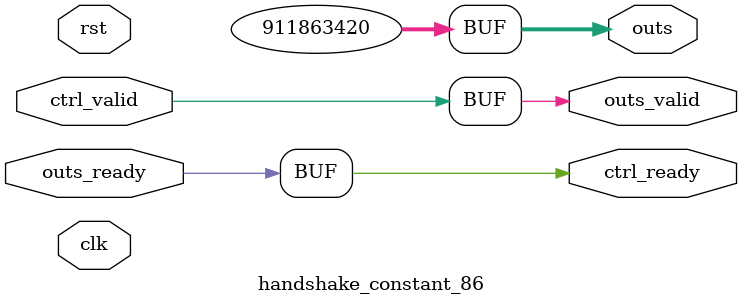
<source format=v>
`timescale 1ns / 1ps
module handshake_constant_86 #(
  parameter DATA_WIDTH = 32  // Default set to 32 bits
) (
  input                       clk,
  input                       rst,
  // Input Channel
  input                       ctrl_valid,
  output                      ctrl_ready,
  // Output Channel
  output [DATA_WIDTH - 1 : 0] outs,
  output                      outs_valid,
  input                       outs_ready
);
  assign outs       = 31'b0110110010110011110111001111100;
  assign outs_valid = ctrl_valid;
  assign ctrl_ready = outs_ready;

endmodule

</source>
